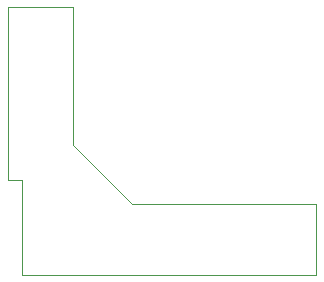
<source format=gm1>
%TF.GenerationSoftware,KiCad,Pcbnew,9.0.6*%
%TF.CreationDate,2025-11-24T17:12:20+00:00*%
%TF.ProjectId,power-pcb,706f7765-722d-4706-9362-2e6b69636164,rev?*%
%TF.SameCoordinates,Original*%
%TF.FileFunction,Profile,NP*%
%FSLAX46Y46*%
G04 Gerber Fmt 4.6, Leading zero omitted, Abs format (unit mm)*
G04 Created by KiCad (PCBNEW 9.0.6) date 2025-11-24 17:12:20*
%MOMM*%
%LPD*%
G01*
G04 APERTURE LIST*
%TA.AperFunction,Profile*%
%ADD10C,0.050000*%
%TD*%
G04 APERTURE END LIST*
D10*
X104930000Y-84962500D02*
X106100000Y-84962500D01*
X131004000Y-86962500D02*
X115430000Y-86962500D01*
X110430000Y-70246500D02*
X104930000Y-70246500D01*
X106100000Y-92962500D02*
X131004000Y-92962500D01*
X115430000Y-86962500D02*
X110430000Y-81962500D01*
X131004000Y-92962500D02*
X131004000Y-86962500D01*
X104930000Y-70246500D02*
X104930000Y-84962500D01*
X106100000Y-84962500D02*
X106100000Y-92962500D01*
X110430000Y-81962500D02*
X110430000Y-70246500D01*
M02*

</source>
